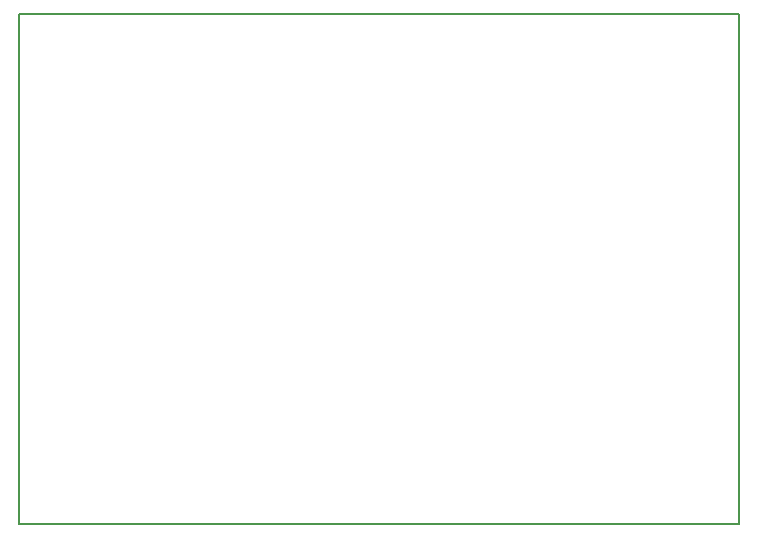
<source format=gbr>
%TF.GenerationSoftware,KiCad,Pcbnew,(6.0.6)*%
%TF.CreationDate,2023-03-13T22:40:33-07:00*%
%TF.ProjectId,k7000,6b373030-302e-46b6-9963-61645f706362,rev?*%
%TF.SameCoordinates,Original*%
%TF.FileFunction,Profile,NP*%
%FSLAX46Y46*%
G04 Gerber Fmt 4.6, Leading zero omitted, Abs format (unit mm)*
G04 Created by KiCad (PCBNEW (6.0.6)) date 2023-03-13 22:40:33*
%MOMM*%
%LPD*%
G01*
G04 APERTURE LIST*
%TA.AperFunction,Profile*%
%ADD10C,0.200000*%
%TD*%
G04 APERTURE END LIST*
D10*
X74944000Y-40929000D02*
X105424000Y-40929000D01*
X74944000Y-84109000D02*
X74944000Y-40929000D01*
X135904000Y-84109000D02*
X74944000Y-84109000D01*
X135904000Y-40929000D02*
X135904000Y-84109000D01*
X105424000Y-40929000D02*
X135904000Y-40929000D01*
M02*

</source>
